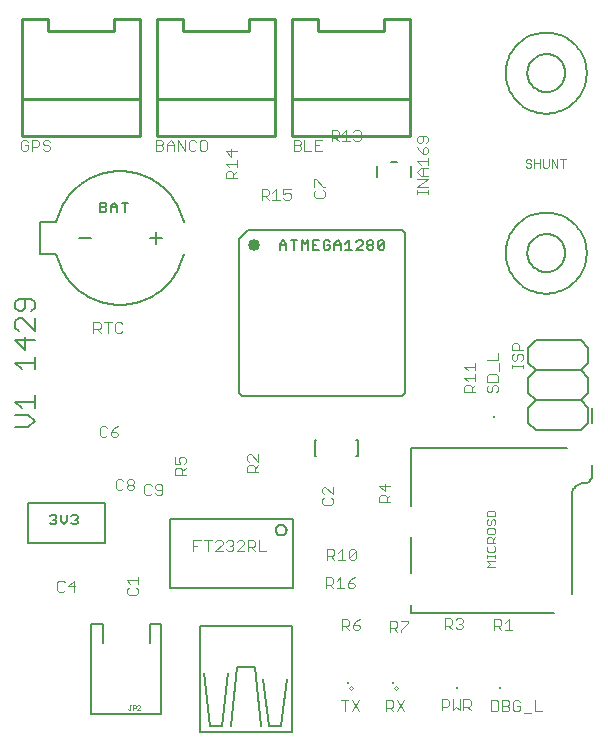
<source format=gto>
G75*
%MOIN*%
%OFA0B0*%
%FSLAX24Y24*%
%IPPOS*%
%LPD*%
%AMOC8*
5,1,8,0,0,1.08239X$1,22.5*
%
%ADD10C,0.0060*%
%ADD11C,0.0030*%
%ADD12C,0.0080*%
%ADD13C,0.0401*%
%ADD14C,0.0070*%
%ADD15R,0.0079X0.0079*%
%ADD16C,0.0040*%
%ADD17C,0.0025*%
%ADD18C,0.0098*%
%ADD19C,0.0050*%
%ADD20C,0.0100*%
%ADD21C,0.0010*%
D10*
X010786Y009848D02*
X010786Y012152D01*
X014881Y012152D01*
X014881Y009848D01*
X010786Y009848D01*
X014316Y011768D02*
X014318Y011794D01*
X014324Y011820D01*
X014333Y011845D01*
X014346Y011868D01*
X014362Y011889D01*
X014381Y011907D01*
X014403Y011923D01*
X014426Y011935D01*
X014451Y011943D01*
X014477Y011948D01*
X014504Y011949D01*
X014530Y011946D01*
X014555Y011939D01*
X014580Y011929D01*
X014602Y011915D01*
X014623Y011898D01*
X014640Y011879D01*
X014655Y011857D01*
X014666Y011833D01*
X014674Y011807D01*
X014678Y011781D01*
X014678Y011755D01*
X014674Y011729D01*
X014666Y011703D01*
X014655Y011679D01*
X014640Y011657D01*
X014623Y011638D01*
X014602Y011621D01*
X014580Y011607D01*
X014555Y011597D01*
X014530Y011590D01*
X014504Y011587D01*
X014477Y011588D01*
X014451Y011593D01*
X014426Y011601D01*
X014403Y011613D01*
X014381Y011629D01*
X014362Y011647D01*
X014346Y011668D01*
X014333Y011691D01*
X014324Y011716D01*
X014318Y011742D01*
X014316Y011768D01*
X006278Y015402D02*
X006065Y015615D01*
X005638Y015615D01*
X005851Y015833D02*
X005638Y016046D01*
X006278Y016046D01*
X006278Y015833D02*
X006278Y016260D01*
X006278Y017122D02*
X006278Y017549D01*
X006278Y017335D02*
X005638Y017335D01*
X005851Y017122D01*
X005958Y017766D02*
X005958Y018193D01*
X005744Y018411D02*
X005638Y018518D01*
X005638Y018731D01*
X005744Y018838D01*
X005851Y018838D01*
X006278Y018411D01*
X006278Y018838D01*
X006171Y019056D02*
X006278Y019162D01*
X006278Y019376D01*
X006171Y019483D01*
X005744Y019483D01*
X005638Y019376D01*
X005638Y019162D01*
X005744Y019056D01*
X005851Y019056D01*
X005958Y019162D01*
X005958Y019483D01*
X006278Y018087D02*
X005638Y018087D01*
X005958Y017766D01*
X006278Y015402D02*
X006065Y015188D01*
X005638Y015188D01*
X021983Y021000D02*
X021985Y021073D01*
X021991Y021146D01*
X022001Y021218D01*
X022015Y021290D01*
X022032Y021361D01*
X022054Y021431D01*
X022079Y021500D01*
X022108Y021567D01*
X022140Y021632D01*
X022176Y021696D01*
X022216Y021758D01*
X022258Y021817D01*
X022304Y021874D01*
X022353Y021928D01*
X022405Y021980D01*
X022459Y022029D01*
X022516Y022075D01*
X022575Y022117D01*
X022637Y022157D01*
X022701Y022193D01*
X022766Y022225D01*
X022833Y022254D01*
X022902Y022279D01*
X022972Y022301D01*
X023043Y022318D01*
X023115Y022332D01*
X023187Y022342D01*
X023260Y022348D01*
X023333Y022350D01*
X023406Y022348D01*
X023479Y022342D01*
X023551Y022332D01*
X023623Y022318D01*
X023694Y022301D01*
X023764Y022279D01*
X023833Y022254D01*
X023900Y022225D01*
X023965Y022193D01*
X024029Y022157D01*
X024091Y022117D01*
X024150Y022075D01*
X024207Y022029D01*
X024261Y021980D01*
X024313Y021928D01*
X024362Y021874D01*
X024408Y021817D01*
X024450Y021758D01*
X024490Y021696D01*
X024526Y021632D01*
X024558Y021567D01*
X024587Y021500D01*
X024612Y021431D01*
X024634Y021361D01*
X024651Y021290D01*
X024665Y021218D01*
X024675Y021146D01*
X024681Y021073D01*
X024683Y021000D01*
X024681Y020927D01*
X024675Y020854D01*
X024665Y020782D01*
X024651Y020710D01*
X024634Y020639D01*
X024612Y020569D01*
X024587Y020500D01*
X024558Y020433D01*
X024526Y020368D01*
X024490Y020304D01*
X024450Y020242D01*
X024408Y020183D01*
X024362Y020126D01*
X024313Y020072D01*
X024261Y020020D01*
X024207Y019971D01*
X024150Y019925D01*
X024091Y019883D01*
X024029Y019843D01*
X023965Y019807D01*
X023900Y019775D01*
X023833Y019746D01*
X023764Y019721D01*
X023694Y019699D01*
X023623Y019682D01*
X023551Y019668D01*
X023479Y019658D01*
X023406Y019652D01*
X023333Y019650D01*
X023260Y019652D01*
X023187Y019658D01*
X023115Y019668D01*
X023043Y019682D01*
X022972Y019699D01*
X022902Y019721D01*
X022833Y019746D01*
X022766Y019775D01*
X022701Y019807D01*
X022637Y019843D01*
X022575Y019883D01*
X022516Y019925D01*
X022459Y019971D01*
X022405Y020020D01*
X022353Y020072D01*
X022304Y020126D01*
X022258Y020183D01*
X022216Y020242D01*
X022176Y020304D01*
X022140Y020368D01*
X022108Y020433D01*
X022079Y020500D01*
X022054Y020569D01*
X022032Y020639D01*
X022015Y020710D01*
X022001Y020782D01*
X021991Y020854D01*
X021985Y020927D01*
X021983Y021000D01*
X021983Y027000D02*
X021985Y027073D01*
X021991Y027146D01*
X022001Y027218D01*
X022015Y027290D01*
X022032Y027361D01*
X022054Y027431D01*
X022079Y027500D01*
X022108Y027567D01*
X022140Y027632D01*
X022176Y027696D01*
X022216Y027758D01*
X022258Y027817D01*
X022304Y027874D01*
X022353Y027928D01*
X022405Y027980D01*
X022459Y028029D01*
X022516Y028075D01*
X022575Y028117D01*
X022637Y028157D01*
X022701Y028193D01*
X022766Y028225D01*
X022833Y028254D01*
X022902Y028279D01*
X022972Y028301D01*
X023043Y028318D01*
X023115Y028332D01*
X023187Y028342D01*
X023260Y028348D01*
X023333Y028350D01*
X023406Y028348D01*
X023479Y028342D01*
X023551Y028332D01*
X023623Y028318D01*
X023694Y028301D01*
X023764Y028279D01*
X023833Y028254D01*
X023900Y028225D01*
X023965Y028193D01*
X024029Y028157D01*
X024091Y028117D01*
X024150Y028075D01*
X024207Y028029D01*
X024261Y027980D01*
X024313Y027928D01*
X024362Y027874D01*
X024408Y027817D01*
X024450Y027758D01*
X024490Y027696D01*
X024526Y027632D01*
X024558Y027567D01*
X024587Y027500D01*
X024612Y027431D01*
X024634Y027361D01*
X024651Y027290D01*
X024665Y027218D01*
X024675Y027146D01*
X024681Y027073D01*
X024683Y027000D01*
X024681Y026927D01*
X024675Y026854D01*
X024665Y026782D01*
X024651Y026710D01*
X024634Y026639D01*
X024612Y026569D01*
X024587Y026500D01*
X024558Y026433D01*
X024526Y026368D01*
X024490Y026304D01*
X024450Y026242D01*
X024408Y026183D01*
X024362Y026126D01*
X024313Y026072D01*
X024261Y026020D01*
X024207Y025971D01*
X024150Y025925D01*
X024091Y025883D01*
X024029Y025843D01*
X023965Y025807D01*
X023900Y025775D01*
X023833Y025746D01*
X023764Y025721D01*
X023694Y025699D01*
X023623Y025682D01*
X023551Y025668D01*
X023479Y025658D01*
X023406Y025652D01*
X023333Y025650D01*
X023260Y025652D01*
X023187Y025658D01*
X023115Y025668D01*
X023043Y025682D01*
X022972Y025699D01*
X022902Y025721D01*
X022833Y025746D01*
X022766Y025775D01*
X022701Y025807D01*
X022637Y025843D01*
X022575Y025883D01*
X022516Y025925D01*
X022459Y025971D01*
X022405Y026020D01*
X022353Y026072D01*
X022304Y026126D01*
X022258Y026183D01*
X022216Y026242D01*
X022176Y026304D01*
X022140Y026368D01*
X022108Y026433D01*
X022079Y026500D01*
X022054Y026569D01*
X022032Y026639D01*
X022015Y026710D01*
X022001Y026782D01*
X021991Y026854D01*
X021985Y026927D01*
X021983Y027000D01*
D11*
X019397Y024846D02*
X019337Y024906D01*
X019094Y024906D01*
X019033Y024846D01*
X019033Y024724D01*
X019094Y024664D01*
X019155Y024664D01*
X019215Y024724D01*
X019215Y024906D01*
X019397Y024846D02*
X019397Y024724D01*
X019337Y024664D01*
X019337Y024544D02*
X019276Y024544D01*
X019215Y024483D01*
X019215Y024301D01*
X019337Y024301D01*
X019397Y024362D01*
X019397Y024483D01*
X019337Y024544D01*
X019094Y024423D02*
X019215Y024301D01*
X019094Y024423D02*
X019033Y024544D01*
X019033Y024060D02*
X019397Y024060D01*
X019397Y023939D02*
X019397Y024181D01*
X019155Y023939D02*
X019033Y024060D01*
X019155Y023819D02*
X019397Y023819D01*
X019215Y023819D02*
X019215Y023576D01*
X019155Y023576D02*
X019033Y023698D01*
X019155Y023819D01*
X019155Y023576D02*
X019397Y023576D01*
X019397Y023456D02*
X019033Y023456D01*
X019033Y023214D02*
X019397Y023456D01*
X019397Y023214D02*
X019033Y023214D01*
X019033Y023093D02*
X019033Y022972D01*
X019033Y023033D02*
X019397Y023033D01*
X019397Y023093D02*
X019397Y022972D01*
X017144Y024788D02*
X017083Y024728D01*
X016962Y024728D01*
X016901Y024788D01*
X016781Y024728D02*
X016539Y024728D01*
X016419Y024728D02*
X016297Y024849D01*
X016358Y024849D02*
X016176Y024849D01*
X016176Y024728D02*
X016176Y025092D01*
X016358Y025092D01*
X016419Y025031D01*
X016419Y024910D01*
X016358Y024849D01*
X016539Y024970D02*
X016660Y025092D01*
X016660Y024728D01*
X016901Y025031D02*
X016962Y025092D01*
X017083Y025092D01*
X017144Y025031D01*
X017144Y024970D01*
X017083Y024910D01*
X017144Y024849D01*
X017144Y024788D01*
X017083Y024910D02*
X017023Y024910D01*
X015643Y023455D02*
X015886Y023212D01*
X015946Y023212D01*
X015886Y023092D02*
X015946Y023032D01*
X015946Y022910D01*
X015886Y022850D01*
X015643Y022850D01*
X015582Y022910D01*
X015582Y023032D01*
X015643Y023092D01*
X015582Y023212D02*
X015582Y023455D01*
X015643Y023455D01*
X014810Y023136D02*
X014567Y023136D01*
X014567Y022954D01*
X014689Y023014D01*
X014749Y023014D01*
X014810Y022954D01*
X014810Y022832D01*
X014749Y022772D01*
X014628Y022772D01*
X014567Y022832D01*
X014448Y022772D02*
X014205Y022772D01*
X014085Y022772D02*
X013964Y022893D01*
X014024Y022893D02*
X013842Y022893D01*
X013842Y022772D02*
X013842Y023136D01*
X014024Y023136D01*
X014085Y023075D01*
X014085Y022954D01*
X014024Y022893D01*
X014205Y023014D02*
X014326Y023136D01*
X014326Y022772D01*
X013014Y023492D02*
X012650Y023492D01*
X012650Y023674D01*
X012710Y023735D01*
X012832Y023735D01*
X012892Y023674D01*
X012892Y023492D01*
X012892Y023614D02*
X013014Y023735D01*
X013014Y023855D02*
X013014Y024098D01*
X013014Y023976D02*
X012650Y023976D01*
X012771Y023855D01*
X012832Y024217D02*
X012832Y024460D01*
X013014Y024399D02*
X012650Y024399D01*
X012832Y024217D01*
X009147Y018698D02*
X009026Y018698D01*
X008965Y018637D01*
X008965Y018395D01*
X009026Y018334D01*
X009147Y018334D01*
X009208Y018395D01*
X009208Y018637D02*
X009147Y018698D01*
X008845Y018698D02*
X008603Y018698D01*
X008724Y018698D02*
X008724Y018334D01*
X008483Y018334D02*
X008361Y018455D01*
X008422Y018455D02*
X008240Y018455D01*
X008240Y018334D02*
X008240Y018698D01*
X008422Y018698D01*
X008483Y018637D01*
X008483Y018516D01*
X008422Y018455D01*
X008515Y015223D02*
X008455Y015163D01*
X008455Y014920D01*
X008515Y014859D01*
X008637Y014859D01*
X008697Y014920D01*
X008817Y014920D02*
X008878Y014859D01*
X008999Y014859D01*
X009060Y014920D01*
X009060Y014981D01*
X008999Y015041D01*
X008817Y015041D01*
X008817Y014920D01*
X008817Y015041D02*
X008938Y015163D01*
X009060Y015223D01*
X008697Y015163D02*
X008637Y015223D01*
X008515Y015223D01*
X009050Y013462D02*
X008989Y013401D01*
X008989Y013158D01*
X009050Y013098D01*
X009171Y013098D01*
X009232Y013158D01*
X009352Y013158D02*
X009352Y013219D01*
X009413Y013280D01*
X009534Y013280D01*
X009595Y013219D01*
X009595Y013158D01*
X009534Y013098D01*
X009413Y013098D01*
X009352Y013158D01*
X009413Y013280D02*
X009352Y013340D01*
X009352Y013401D01*
X009413Y013462D01*
X009534Y013462D01*
X009595Y013401D01*
X009595Y013340D01*
X009534Y013280D01*
X009232Y013401D02*
X009171Y013462D01*
X009050Y013462D01*
X009934Y013230D02*
X009934Y012987D01*
X009995Y012926D01*
X010116Y012926D01*
X010177Y012987D01*
X010297Y012987D02*
X010358Y012926D01*
X010479Y012926D01*
X010540Y012987D01*
X010540Y013230D01*
X010479Y013290D01*
X010358Y013290D01*
X010297Y013230D01*
X010297Y013169D01*
X010358Y013108D01*
X010540Y013108D01*
X010177Y013230D02*
X010116Y013290D01*
X009995Y013290D01*
X009934Y013230D01*
X010954Y013608D02*
X010954Y013790D01*
X011015Y013850D01*
X011136Y013850D01*
X011197Y013790D01*
X011197Y013608D01*
X011197Y013729D02*
X011318Y013850D01*
X011258Y013970D02*
X011318Y014031D01*
X011318Y014152D01*
X011258Y014213D01*
X011136Y014213D01*
X011076Y014152D01*
X011076Y014091D01*
X011136Y013970D01*
X010954Y013970D01*
X010954Y014213D01*
X010954Y013608D02*
X011318Y013608D01*
X013372Y013686D02*
X013372Y013868D01*
X013432Y013929D01*
X013554Y013929D01*
X013614Y013868D01*
X013614Y013686D01*
X013614Y013808D02*
X013736Y013929D01*
X013736Y014049D02*
X013493Y014291D01*
X013432Y014291D01*
X013372Y014231D01*
X013372Y014109D01*
X013432Y014049D01*
X013736Y014049D02*
X013736Y014291D01*
X013736Y013686D02*
X013372Y013686D01*
X013387Y011430D02*
X013569Y011430D01*
X013630Y011370D01*
X013630Y011248D01*
X013569Y011188D01*
X013387Y011188D01*
X013508Y011188D02*
X013630Y011066D01*
X013750Y011066D02*
X013992Y011066D01*
X013750Y011066D02*
X013750Y011430D01*
X013387Y011430D02*
X013387Y011066D01*
X013267Y011066D02*
X013025Y011066D01*
X013267Y011309D01*
X013267Y011370D01*
X013207Y011430D01*
X013085Y011430D01*
X013025Y011370D01*
X012905Y011370D02*
X012905Y011309D01*
X012844Y011248D01*
X012905Y011188D01*
X012905Y011127D01*
X012844Y011066D01*
X012723Y011066D01*
X012662Y011127D01*
X012542Y011066D02*
X012300Y011066D01*
X012542Y011309D01*
X012542Y011370D01*
X012482Y011430D01*
X012360Y011430D01*
X012300Y011370D01*
X012180Y011430D02*
X011937Y011430D01*
X011817Y011430D02*
X011575Y011430D01*
X011575Y011066D01*
X011575Y011248D02*
X011696Y011248D01*
X012058Y011066D02*
X012058Y011430D01*
X012662Y011370D02*
X012723Y011430D01*
X012844Y011430D01*
X012905Y011370D01*
X012844Y011248D02*
X012783Y011248D01*
X009714Y010210D02*
X009714Y009967D01*
X009714Y010089D02*
X009350Y010089D01*
X009471Y009967D01*
X009411Y009848D02*
X009350Y009787D01*
X009350Y009666D01*
X009411Y009605D01*
X009653Y009605D01*
X009714Y009666D01*
X009714Y009787D01*
X009653Y009848D01*
X007639Y009899D02*
X007396Y009899D01*
X007578Y010081D01*
X007578Y009717D01*
X007276Y009778D02*
X007215Y009717D01*
X007094Y009717D01*
X007033Y009778D01*
X007033Y010020D01*
X007094Y010081D01*
X007215Y010081D01*
X007276Y010020D01*
X015850Y012666D02*
X015911Y012605D01*
X016153Y012605D01*
X016214Y012666D01*
X016214Y012787D01*
X016153Y012848D01*
X016214Y012967D02*
X015971Y013210D01*
X015911Y013210D01*
X015850Y013149D01*
X015850Y013028D01*
X015911Y012967D01*
X015911Y012848D02*
X015850Y012787D01*
X015850Y012666D01*
X016214Y012967D02*
X016214Y013210D01*
X017769Y013242D02*
X017951Y013060D01*
X017951Y013303D01*
X018133Y013242D02*
X017769Y013242D01*
X017830Y012940D02*
X017951Y012940D01*
X018012Y012879D01*
X018012Y012697D01*
X018133Y012697D02*
X017769Y012697D01*
X017769Y012879D01*
X017830Y012940D01*
X018012Y012819D02*
X018133Y012940D01*
X016934Y011139D02*
X016994Y011078D01*
X016752Y010836D01*
X016812Y010775D01*
X016934Y010775D01*
X016994Y010836D01*
X016994Y011078D01*
X016934Y011139D02*
X016812Y011139D01*
X016752Y011078D01*
X016752Y010836D01*
X016632Y010775D02*
X016389Y010775D01*
X016269Y010775D02*
X016148Y010896D01*
X016209Y010896D02*
X016027Y010896D01*
X016027Y010775D02*
X016027Y011139D01*
X016209Y011139D01*
X016269Y011078D01*
X016269Y010957D01*
X016209Y010896D01*
X016389Y011018D02*
X016510Y011139D01*
X016510Y010775D01*
X016471Y010194D02*
X016471Y009830D01*
X016350Y009830D02*
X016592Y009830D01*
X016712Y009891D02*
X016773Y009830D01*
X016894Y009830D01*
X016955Y009891D01*
X016955Y009951D01*
X016894Y010012D01*
X016712Y010012D01*
X016712Y009891D01*
X016712Y010012D02*
X016834Y010133D01*
X016955Y010194D01*
X016471Y010194D02*
X016350Y010073D01*
X016230Y010133D02*
X016230Y010012D01*
X016169Y009951D01*
X015987Y009951D01*
X015987Y009830D02*
X015987Y010194D01*
X016169Y010194D01*
X016230Y010133D01*
X016109Y009951D02*
X016230Y009830D01*
X016520Y008800D02*
X016702Y008800D01*
X016762Y008740D01*
X016762Y008618D01*
X016702Y008558D01*
X016520Y008558D01*
X016641Y008558D02*
X016762Y008436D01*
X016882Y008497D02*
X016943Y008436D01*
X017064Y008436D01*
X017125Y008497D01*
X017125Y008558D01*
X017064Y008618D01*
X016882Y008618D01*
X016882Y008497D01*
X016882Y008618D02*
X017003Y008740D01*
X017125Y008800D01*
X016520Y008800D02*
X016520Y008436D01*
X018131Y008381D02*
X018131Y008745D01*
X018313Y008745D01*
X018373Y008684D01*
X018373Y008563D01*
X018313Y008502D01*
X018131Y008502D01*
X018252Y008502D02*
X018373Y008381D01*
X018493Y008381D02*
X018493Y008442D01*
X018736Y008684D01*
X018736Y008745D01*
X018493Y008745D01*
X019952Y008824D02*
X019952Y008460D01*
X019952Y008581D02*
X020134Y008581D01*
X020195Y008642D01*
X020195Y008763D01*
X020134Y008824D01*
X019952Y008824D01*
X020073Y008581D02*
X020195Y008460D01*
X020315Y008521D02*
X020375Y008460D01*
X020497Y008460D01*
X020557Y008521D01*
X020557Y008581D01*
X020497Y008642D01*
X020436Y008642D01*
X020497Y008642D02*
X020557Y008703D01*
X020557Y008763D01*
X020497Y008824D01*
X020375Y008824D01*
X020315Y008763D01*
X021598Y008800D02*
X021598Y008436D01*
X021598Y008558D02*
X021780Y008558D01*
X021841Y008618D01*
X021841Y008740D01*
X021780Y008800D01*
X021598Y008800D01*
X021720Y008558D02*
X021841Y008436D01*
X021961Y008436D02*
X022204Y008436D01*
X022082Y008436D02*
X022082Y008800D01*
X021961Y008679D01*
X021638Y010551D02*
X021348Y010551D01*
X021445Y010647D01*
X021348Y010744D01*
X021638Y010744D01*
X021638Y010845D02*
X021638Y010942D01*
X021638Y010894D02*
X021348Y010894D01*
X021348Y010942D02*
X021348Y010845D01*
X021396Y011042D02*
X021348Y011090D01*
X021348Y011187D01*
X021396Y011235D01*
X021348Y011336D02*
X021638Y011336D01*
X021542Y011336D02*
X021542Y011482D01*
X021493Y011530D01*
X021396Y011530D01*
X021348Y011482D01*
X021348Y011336D01*
X021542Y011433D02*
X021638Y011530D01*
X021590Y011631D02*
X021638Y011679D01*
X021638Y011776D01*
X021590Y011825D01*
X021396Y011825D01*
X021348Y011776D01*
X021348Y011679D01*
X021396Y011631D01*
X021590Y011631D01*
X021590Y011926D02*
X021638Y011974D01*
X021638Y012071D01*
X021590Y012119D01*
X021542Y012119D01*
X021493Y012071D01*
X021493Y011974D01*
X021445Y011926D01*
X021396Y011926D01*
X021348Y011974D01*
X021348Y012071D01*
X021396Y012119D01*
X021348Y012220D02*
X021348Y012365D01*
X021396Y012414D01*
X021590Y012414D01*
X021638Y012365D01*
X021638Y012220D01*
X021348Y012220D01*
X021590Y011235D02*
X021638Y011187D01*
X021638Y011090D01*
X021590Y011042D01*
X021396Y011042D01*
X021498Y006088D02*
X021680Y006088D01*
X021741Y006027D01*
X021741Y005784D01*
X021680Y005724D01*
X021498Y005724D01*
X021498Y006088D01*
X021860Y006088D02*
X022042Y006088D01*
X022103Y006027D01*
X022103Y005966D01*
X022042Y005906D01*
X021860Y005906D01*
X021860Y005724D02*
X021860Y006088D01*
X022042Y005906D02*
X022103Y005845D01*
X022103Y005784D01*
X022042Y005724D01*
X021860Y005724D01*
X022223Y005784D02*
X022284Y005724D01*
X022405Y005724D01*
X022466Y005784D01*
X022466Y005906D01*
X022344Y005906D01*
X022223Y006027D02*
X022223Y005784D01*
X022223Y006027D02*
X022284Y006088D01*
X022405Y006088D01*
X022466Y006027D01*
X022585Y005663D02*
X022828Y005663D01*
X022948Y005724D02*
X023191Y005724D01*
X022948Y005724D02*
X022948Y006088D01*
X020816Y006059D02*
X020816Y005937D01*
X020755Y005876D01*
X020573Y005876D01*
X020573Y005755D02*
X020573Y006119D01*
X020755Y006119D01*
X020816Y006059D01*
X020695Y005876D02*
X020816Y005755D01*
X020454Y005755D02*
X020454Y006119D01*
X020211Y006119D02*
X020211Y005755D01*
X020332Y005876D01*
X020454Y005755D01*
X020091Y005937D02*
X020030Y005876D01*
X019848Y005876D01*
X019848Y005755D02*
X019848Y006119D01*
X020030Y006119D01*
X020091Y006059D01*
X020091Y005937D01*
X018599Y006092D02*
X018357Y005728D01*
X018237Y005728D02*
X018115Y005849D01*
X018176Y005849D02*
X017994Y005849D01*
X017994Y005728D02*
X017994Y006092D01*
X018176Y006092D01*
X018237Y006031D01*
X018237Y005910D01*
X018176Y005849D01*
X018357Y006092D02*
X018599Y005728D01*
X017099Y005728D02*
X016857Y006092D01*
X016737Y006092D02*
X016494Y006092D01*
X016615Y006092D02*
X016615Y005728D01*
X016857Y005728D02*
X017099Y006092D01*
X020608Y016367D02*
X020608Y016549D01*
X020669Y016610D01*
X020790Y016610D01*
X020851Y016549D01*
X020851Y016367D01*
X020972Y016367D02*
X020608Y016367D01*
X020851Y016489D02*
X020972Y016610D01*
X020972Y016730D02*
X020972Y016973D01*
X020972Y017092D02*
X020972Y017335D01*
X020972Y017214D02*
X020608Y017214D01*
X020729Y017092D01*
X020608Y016851D02*
X020972Y016851D01*
X020729Y016730D02*
X020608Y016851D01*
X021348Y016898D02*
X021348Y016716D01*
X021712Y016716D01*
X021712Y016898D01*
X021651Y016959D01*
X021409Y016959D01*
X021348Y016898D01*
X021409Y016596D02*
X021348Y016536D01*
X021348Y016414D01*
X021409Y016354D01*
X021469Y016354D01*
X021530Y016414D01*
X021530Y016536D01*
X021591Y016596D01*
X021651Y016596D01*
X021712Y016536D01*
X021712Y016414D01*
X021651Y016354D01*
X021773Y017079D02*
X021773Y017321D01*
X021712Y017441D02*
X021712Y017684D01*
X021712Y017441D02*
X021348Y017441D01*
X022695Y023847D02*
X022648Y023894D01*
X022695Y023847D02*
X022790Y023847D01*
X022838Y023894D01*
X022838Y023942D01*
X022790Y023989D01*
X022695Y023989D01*
X022648Y024037D01*
X022648Y024085D01*
X022695Y024132D01*
X022790Y024132D01*
X022838Y024085D01*
X022938Y024132D02*
X022938Y023847D01*
X022938Y023989D02*
X023128Y023989D01*
X023228Y023894D02*
X023228Y024132D01*
X023128Y024132D02*
X023128Y023847D01*
X023228Y023894D02*
X023275Y023847D01*
X023370Y023847D01*
X023418Y023894D01*
X023418Y024132D01*
X023518Y024132D02*
X023708Y023847D01*
X023708Y024132D01*
X023808Y024132D02*
X023998Y024132D01*
X023903Y024132D02*
X023903Y023847D01*
X023518Y023847D02*
X023518Y024132D01*
D12*
X008172Y008630D02*
X008172Y005638D01*
X010495Y005638D01*
X010495Y008630D01*
X010121Y008630D01*
X010121Y008000D01*
X008546Y008000D02*
X008546Y008630D01*
X008172Y008630D01*
X008623Y011339D02*
X006043Y011339D01*
X006043Y012661D01*
X008623Y012661D01*
X008623Y011339D01*
X013203Y016244D02*
X013105Y016343D01*
X013105Y021461D01*
X013400Y021756D01*
X018518Y021756D01*
X018617Y021657D01*
X018617Y016343D01*
X018518Y016244D01*
X013203Y016244D01*
X015625Y014756D02*
X015625Y014244D01*
X015664Y014244D01*
X015664Y014756D02*
X015625Y014756D01*
X017003Y014756D02*
X017062Y014756D01*
X017062Y014244D01*
X017003Y014244D01*
X018833Y014512D02*
X018833Y012583D01*
X018833Y011520D02*
X018833Y010339D01*
X018833Y009276D02*
X018833Y009000D01*
X023597Y009000D01*
X024188Y009630D02*
X024188Y012937D01*
X024187Y012937D02*
X024190Y012975D01*
X024196Y013013D01*
X024206Y013050D01*
X024220Y013086D01*
X024236Y013121D01*
X024256Y013153D01*
X024279Y013184D01*
X024305Y013213D01*
X024334Y013239D01*
X024365Y013262D01*
X024397Y013282D01*
X024432Y013298D01*
X024468Y013312D01*
X024505Y013322D01*
X024543Y013328D01*
X024581Y013331D01*
X024613Y013330D01*
X024644Y013334D01*
X024675Y013341D01*
X024705Y013352D01*
X024733Y013366D01*
X024759Y013384D01*
X024783Y013405D01*
X024804Y013429D01*
X024822Y013455D01*
X024836Y013483D01*
X024847Y013513D01*
X024854Y013544D01*
X024858Y013575D01*
X024857Y013607D01*
X024857Y013606D02*
X024857Y013921D01*
X024030Y014512D02*
X018833Y014512D01*
X022733Y015350D02*
X022983Y015100D01*
X024483Y015100D01*
X024733Y015350D01*
X024733Y015850D01*
X024483Y016100D01*
X022983Y016100D01*
X022733Y016350D01*
X022733Y016850D01*
X022983Y017100D01*
X024483Y017100D01*
X024733Y017350D01*
X024733Y017850D01*
X024483Y018100D01*
X022983Y018100D01*
X022733Y017850D01*
X022733Y017350D01*
X022983Y017100D01*
X022983Y016100D02*
X022733Y015850D01*
X022733Y015350D01*
X024483Y016100D02*
X024733Y016350D01*
X024733Y016850D01*
X024483Y017100D01*
X024865Y015850D02*
X024865Y015350D01*
X022703Y021000D02*
X022705Y021050D01*
X022711Y021100D01*
X022721Y021149D01*
X022735Y021197D01*
X022752Y021244D01*
X022773Y021289D01*
X022798Y021333D01*
X022826Y021374D01*
X022858Y021413D01*
X022892Y021450D01*
X022929Y021484D01*
X022969Y021514D01*
X023011Y021541D01*
X023055Y021565D01*
X023101Y021586D01*
X023148Y021602D01*
X023196Y021615D01*
X023246Y021624D01*
X023295Y021629D01*
X023346Y021630D01*
X023396Y021627D01*
X023445Y021620D01*
X023494Y021609D01*
X023542Y021594D01*
X023588Y021576D01*
X023633Y021554D01*
X023676Y021528D01*
X023717Y021499D01*
X023756Y021467D01*
X023792Y021432D01*
X023824Y021394D01*
X023854Y021354D01*
X023881Y021311D01*
X023904Y021267D01*
X023923Y021221D01*
X023939Y021173D01*
X023951Y021124D01*
X023959Y021075D01*
X023963Y021025D01*
X023963Y020975D01*
X023959Y020925D01*
X023951Y020876D01*
X023939Y020827D01*
X023923Y020779D01*
X023904Y020733D01*
X023881Y020689D01*
X023854Y020646D01*
X023824Y020606D01*
X023792Y020568D01*
X023756Y020533D01*
X023717Y020501D01*
X023676Y020472D01*
X023633Y020446D01*
X023588Y020424D01*
X023542Y020406D01*
X023494Y020391D01*
X023445Y020380D01*
X023396Y020373D01*
X023346Y020370D01*
X023295Y020371D01*
X023246Y020376D01*
X023196Y020385D01*
X023148Y020398D01*
X023101Y020414D01*
X023055Y020435D01*
X023011Y020459D01*
X022969Y020486D01*
X022929Y020516D01*
X022892Y020550D01*
X022858Y020587D01*
X022826Y020626D01*
X022798Y020667D01*
X022773Y020711D01*
X022752Y020756D01*
X022735Y020803D01*
X022721Y020851D01*
X022711Y020900D01*
X022705Y020950D01*
X022703Y021000D01*
X018819Y023551D02*
X018819Y023890D01*
X018364Y024040D02*
X018153Y024040D01*
X017699Y023890D02*
X017699Y023551D01*
X022703Y027000D02*
X022705Y027050D01*
X022711Y027100D01*
X022721Y027149D01*
X022735Y027197D01*
X022752Y027244D01*
X022773Y027289D01*
X022798Y027333D01*
X022826Y027374D01*
X022858Y027413D01*
X022892Y027450D01*
X022929Y027484D01*
X022969Y027514D01*
X023011Y027541D01*
X023055Y027565D01*
X023101Y027586D01*
X023148Y027602D01*
X023196Y027615D01*
X023246Y027624D01*
X023295Y027629D01*
X023346Y027630D01*
X023396Y027627D01*
X023445Y027620D01*
X023494Y027609D01*
X023542Y027594D01*
X023588Y027576D01*
X023633Y027554D01*
X023676Y027528D01*
X023717Y027499D01*
X023756Y027467D01*
X023792Y027432D01*
X023824Y027394D01*
X023854Y027354D01*
X023881Y027311D01*
X023904Y027267D01*
X023923Y027221D01*
X023939Y027173D01*
X023951Y027124D01*
X023959Y027075D01*
X023963Y027025D01*
X023963Y026975D01*
X023959Y026925D01*
X023951Y026876D01*
X023939Y026827D01*
X023923Y026779D01*
X023904Y026733D01*
X023881Y026689D01*
X023854Y026646D01*
X023824Y026606D01*
X023792Y026568D01*
X023756Y026533D01*
X023717Y026501D01*
X023676Y026472D01*
X023633Y026446D01*
X023588Y026424D01*
X023542Y026406D01*
X023494Y026391D01*
X023445Y026380D01*
X023396Y026373D01*
X023346Y026370D01*
X023295Y026371D01*
X023246Y026376D01*
X023196Y026385D01*
X023148Y026398D01*
X023101Y026414D01*
X023055Y026435D01*
X023011Y026459D01*
X022969Y026486D01*
X022929Y026516D01*
X022892Y026550D01*
X022858Y026587D01*
X022826Y026626D01*
X022798Y026667D01*
X022773Y026711D01*
X022752Y026756D01*
X022735Y026803D01*
X022721Y026851D01*
X022711Y026900D01*
X022705Y026950D01*
X022703Y027000D01*
X010522Y021500D02*
X010122Y021500D01*
X010322Y021700D02*
X010322Y021300D01*
X011251Y020968D02*
X011229Y020879D01*
X011203Y020791D01*
X011173Y020704D01*
X011140Y020619D01*
X011103Y020535D01*
X011063Y020452D01*
X011019Y020372D01*
X010972Y020293D01*
X010921Y020216D01*
X010868Y020142D01*
X010811Y020070D01*
X010751Y020000D01*
X010689Y019933D01*
X010624Y019868D01*
X010556Y019807D01*
X010485Y019748D01*
X010412Y019692D01*
X010337Y019640D01*
X010260Y019590D01*
X010180Y019544D01*
X010099Y019502D01*
X010016Y019462D01*
X009931Y019427D01*
X009845Y019394D01*
X009758Y019366D01*
X009670Y019341D01*
X009581Y019320D01*
X009490Y019303D01*
X009400Y019289D01*
X009308Y019280D01*
X009217Y019274D01*
X009125Y019272D01*
X009033Y019274D01*
X008942Y019280D01*
X008850Y019289D01*
X008760Y019303D01*
X008669Y019320D01*
X008580Y019341D01*
X008492Y019366D01*
X008405Y019394D01*
X008319Y019427D01*
X008234Y019462D01*
X008151Y019502D01*
X008070Y019544D01*
X007990Y019590D01*
X007913Y019640D01*
X007838Y019692D01*
X007765Y019748D01*
X007694Y019807D01*
X007626Y019868D01*
X007561Y019933D01*
X007499Y020000D01*
X007439Y020070D01*
X007382Y020142D01*
X007329Y020216D01*
X007278Y020293D01*
X007231Y020372D01*
X007187Y020452D01*
X007147Y020535D01*
X007110Y020619D01*
X007077Y020704D01*
X007047Y020791D01*
X007021Y020879D01*
X006999Y020968D01*
X006999Y020969D02*
X006467Y020969D01*
X006467Y022031D01*
X006999Y022031D01*
X007759Y021500D02*
X008159Y021500D01*
X006999Y022032D02*
X007021Y022121D01*
X007047Y022209D01*
X007077Y022296D01*
X007110Y022381D01*
X007147Y022465D01*
X007187Y022548D01*
X007231Y022628D01*
X007278Y022707D01*
X007329Y022784D01*
X007382Y022858D01*
X007439Y022930D01*
X007499Y023000D01*
X007561Y023067D01*
X007626Y023132D01*
X007694Y023193D01*
X007765Y023252D01*
X007838Y023308D01*
X007913Y023360D01*
X007990Y023410D01*
X008070Y023456D01*
X008151Y023498D01*
X008234Y023538D01*
X008319Y023573D01*
X008405Y023606D01*
X008492Y023634D01*
X008580Y023659D01*
X008669Y023680D01*
X008760Y023697D01*
X008850Y023711D01*
X008942Y023720D01*
X009033Y023726D01*
X009125Y023728D01*
X009217Y023726D01*
X009308Y023720D01*
X009400Y023711D01*
X009490Y023697D01*
X009581Y023680D01*
X009670Y023659D01*
X009758Y023634D01*
X009845Y023606D01*
X009931Y023573D01*
X010016Y023538D01*
X010099Y023498D01*
X010180Y023456D01*
X010260Y023410D01*
X010337Y023360D01*
X010412Y023308D01*
X010485Y023252D01*
X010556Y023193D01*
X010624Y023132D01*
X010689Y023067D01*
X010751Y023000D01*
X010811Y022930D01*
X010868Y022858D01*
X010921Y022784D01*
X010972Y022707D01*
X011019Y022628D01*
X011063Y022548D01*
X011103Y022465D01*
X011140Y022381D01*
X011173Y022296D01*
X011203Y022209D01*
X011229Y022121D01*
X011251Y022032D01*
D13*
X013597Y021264D03*
D14*
X014459Y021264D02*
X014675Y021264D01*
X014675Y021318D02*
X014675Y021102D01*
X014675Y021318D02*
X014567Y021426D01*
X014459Y021318D01*
X014459Y021102D01*
X014821Y021426D02*
X015037Y021426D01*
X014929Y021426D02*
X014929Y021102D01*
X015184Y021102D02*
X015184Y021426D01*
X015292Y021318D01*
X015400Y021426D01*
X015400Y021102D01*
X015546Y021102D02*
X015762Y021102D01*
X015909Y021156D02*
X015963Y021102D01*
X016071Y021102D01*
X016125Y021156D01*
X016125Y021264D01*
X016017Y021264D01*
X016125Y021372D02*
X016071Y021426D01*
X015963Y021426D01*
X015909Y021372D01*
X015909Y021156D01*
X015654Y021264D02*
X015546Y021264D01*
X015546Y021426D02*
X015546Y021102D01*
X015546Y021426D02*
X015762Y021426D01*
X016271Y021318D02*
X016271Y021102D01*
X016271Y021264D02*
X016487Y021264D01*
X016487Y021318D02*
X016487Y021102D01*
X016634Y021102D02*
X016850Y021102D01*
X016742Y021102D02*
X016742Y021426D01*
X016634Y021318D01*
X016487Y021318D02*
X016379Y021426D01*
X016271Y021318D01*
X016996Y021372D02*
X017050Y021426D01*
X017158Y021426D01*
X017212Y021372D01*
X017212Y021318D01*
X016996Y021102D01*
X017212Y021102D01*
X017359Y021156D02*
X017359Y021210D01*
X017413Y021264D01*
X017521Y021264D01*
X017575Y021210D01*
X017575Y021156D01*
X017521Y021102D01*
X017413Y021102D01*
X017359Y021156D01*
X017413Y021264D02*
X017359Y021318D01*
X017359Y021372D01*
X017413Y021426D01*
X017521Y021426D01*
X017575Y021372D01*
X017575Y021318D01*
X017521Y021264D01*
X017722Y021372D02*
X017776Y021426D01*
X017883Y021426D01*
X017937Y021372D01*
X017722Y021156D01*
X017776Y021102D01*
X017883Y021102D01*
X017937Y021156D01*
X017937Y021372D01*
X017722Y021372D02*
X017722Y021156D01*
X009394Y022684D02*
X009178Y022684D01*
X009286Y022684D02*
X009286Y022360D01*
X009032Y022360D02*
X009032Y022576D01*
X008924Y022684D01*
X008816Y022576D01*
X008816Y022360D01*
X008669Y022414D02*
X008615Y022360D01*
X008453Y022360D01*
X008453Y022684D01*
X008615Y022684D01*
X008669Y022630D01*
X008669Y022576D01*
X008615Y022522D01*
X008453Y022522D01*
X008615Y022522D02*
X008669Y022468D01*
X008669Y022414D01*
X008816Y022522D02*
X009032Y022522D01*
X007668Y012280D02*
X007722Y012226D01*
X007722Y012172D01*
X007668Y012118D01*
X007722Y012064D01*
X007722Y012010D01*
X007668Y011956D01*
X007560Y011956D01*
X007506Y012010D01*
X007614Y012118D02*
X007668Y012118D01*
X007668Y012280D02*
X007560Y012280D01*
X007506Y012226D01*
X007359Y012280D02*
X007359Y012064D01*
X007251Y011956D01*
X007143Y012064D01*
X007143Y012280D01*
X006997Y012226D02*
X006997Y012172D01*
X006943Y012118D01*
X006997Y012064D01*
X006997Y012010D01*
X006943Y011956D01*
X006835Y011956D01*
X006781Y012010D01*
X006889Y012118D02*
X006943Y012118D01*
X006997Y012226D02*
X006943Y012280D01*
X006835Y012280D01*
X006781Y012226D01*
D15*
X020373Y006500D03*
X021794Y006500D03*
X021597Y015539D03*
D16*
X022188Y017167D02*
X022188Y017285D01*
X022188Y017226D02*
X022542Y017226D01*
X022542Y017167D02*
X022542Y017285D01*
X022483Y017409D02*
X022542Y017468D01*
X022542Y017586D01*
X022483Y017645D01*
X022424Y017645D01*
X022365Y017586D01*
X022365Y017468D01*
X022306Y017409D01*
X022247Y017409D01*
X022188Y017468D01*
X022188Y017586D01*
X022247Y017645D01*
X022188Y017771D02*
X022188Y017948D01*
X022247Y018007D01*
X022365Y018007D01*
X022424Y017948D01*
X022424Y017771D01*
X022542Y017771D02*
X022188Y017771D01*
X015871Y024410D02*
X015635Y024410D01*
X015635Y024764D01*
X015871Y024764D01*
X015753Y024587D02*
X015635Y024587D01*
X015508Y024410D02*
X015272Y024410D01*
X015272Y024764D01*
X015146Y024705D02*
X015146Y024646D01*
X015087Y024587D01*
X014910Y024587D01*
X015087Y024587D02*
X015146Y024528D01*
X015146Y024469D01*
X015087Y024410D01*
X014910Y024410D01*
X014910Y024764D01*
X015087Y024764D01*
X015146Y024705D01*
X012017Y024705D02*
X012017Y024469D01*
X011958Y024410D01*
X011840Y024410D01*
X011781Y024469D01*
X011781Y024705D01*
X011840Y024764D01*
X011958Y024764D01*
X012017Y024705D01*
X011654Y024705D02*
X011595Y024764D01*
X011477Y024764D01*
X011418Y024705D01*
X011418Y024469D01*
X011477Y024410D01*
X011595Y024410D01*
X011654Y024469D01*
X011292Y024410D02*
X011292Y024764D01*
X011056Y024764D02*
X011056Y024410D01*
X010929Y024410D02*
X010929Y024646D01*
X010811Y024764D01*
X010693Y024646D01*
X010693Y024410D01*
X010567Y024469D02*
X010508Y024410D01*
X010331Y024410D01*
X010331Y024764D01*
X010508Y024764D01*
X010567Y024705D01*
X010567Y024646D01*
X010508Y024587D01*
X010331Y024587D01*
X010508Y024587D02*
X010567Y024528D01*
X010567Y024469D01*
X010693Y024587D02*
X010929Y024587D01*
X011056Y024764D02*
X011292Y024410D01*
X006792Y024469D02*
X006733Y024410D01*
X006615Y024410D01*
X006556Y024469D01*
X006615Y024587D02*
X006733Y024587D01*
X006792Y024528D01*
X006792Y024469D01*
X006615Y024587D02*
X006556Y024646D01*
X006556Y024705D01*
X006615Y024764D01*
X006733Y024764D01*
X006792Y024705D01*
X006429Y024705D02*
X006429Y024587D01*
X006370Y024528D01*
X006193Y024528D01*
X006193Y024410D02*
X006193Y024764D01*
X006370Y024764D01*
X006429Y024705D01*
X006067Y024705D02*
X006008Y024764D01*
X005890Y024764D01*
X005831Y024705D01*
X005831Y024469D01*
X005890Y024410D01*
X006008Y024410D01*
X006067Y024469D01*
X006067Y024587D01*
X005949Y024587D01*
D17*
X016833Y006559D02*
X016892Y006500D01*
X016823Y006431D01*
X016764Y006490D01*
X016833Y006559D01*
X018264Y006490D02*
X018323Y006431D01*
X018392Y006500D01*
X018333Y006559D01*
X018264Y006490D01*
D18*
X018225Y006657D03*
X016725Y006657D03*
D19*
X014696Y006795D02*
X014499Y005220D01*
X014105Y005220D01*
X013908Y006795D01*
X013613Y007189D02*
X013022Y007189D01*
X012825Y005220D01*
X012530Y005220D02*
X012727Y006992D01*
X011940Y006992D02*
X012136Y005220D01*
X012530Y005220D01*
X011782Y005024D02*
X011782Y008567D01*
X014853Y008567D01*
X014853Y005024D01*
X011782Y005024D01*
X013810Y005220D02*
X013613Y007189D01*
X014865Y025106D02*
X014865Y025894D01*
X010365Y025894D02*
X010365Y025106D01*
X005865Y025106D02*
X005865Y025894D01*
D20*
X005865Y026130D02*
X009802Y026130D01*
X009802Y028807D01*
X008936Y028807D01*
X008936Y028413D01*
X006731Y028413D01*
X006731Y028807D01*
X005865Y028807D01*
X005865Y026130D01*
X005865Y024909D01*
X009802Y024909D01*
X009802Y026130D01*
X010365Y026130D02*
X014302Y026130D01*
X014302Y028807D01*
X013436Y028807D01*
X013436Y028413D01*
X011231Y028413D01*
X011231Y028807D01*
X010365Y028807D01*
X010365Y026130D01*
X010365Y024909D01*
X014302Y024909D01*
X014302Y026130D01*
X014865Y026130D02*
X018802Y026130D01*
X018802Y028807D01*
X017936Y028807D01*
X017936Y028413D01*
X015731Y028413D01*
X015731Y028807D01*
X014865Y028807D01*
X014865Y026130D01*
X014865Y024909D01*
X018802Y024909D01*
X018802Y026130D01*
D21*
X009766Y005920D02*
X009716Y005920D01*
X009691Y005895D01*
X009644Y005895D02*
X009644Y005845D01*
X009619Y005820D01*
X009544Y005820D01*
X009544Y005770D02*
X009544Y005920D01*
X009619Y005920D01*
X009644Y005895D01*
X009766Y005920D02*
X009791Y005895D01*
X009791Y005870D01*
X009691Y005770D01*
X009791Y005770D01*
X009471Y005795D02*
X009471Y005920D01*
X009446Y005920D02*
X009496Y005920D01*
X009471Y005795D02*
X009446Y005770D01*
X009421Y005770D01*
X009396Y005795D01*
M02*

</source>
